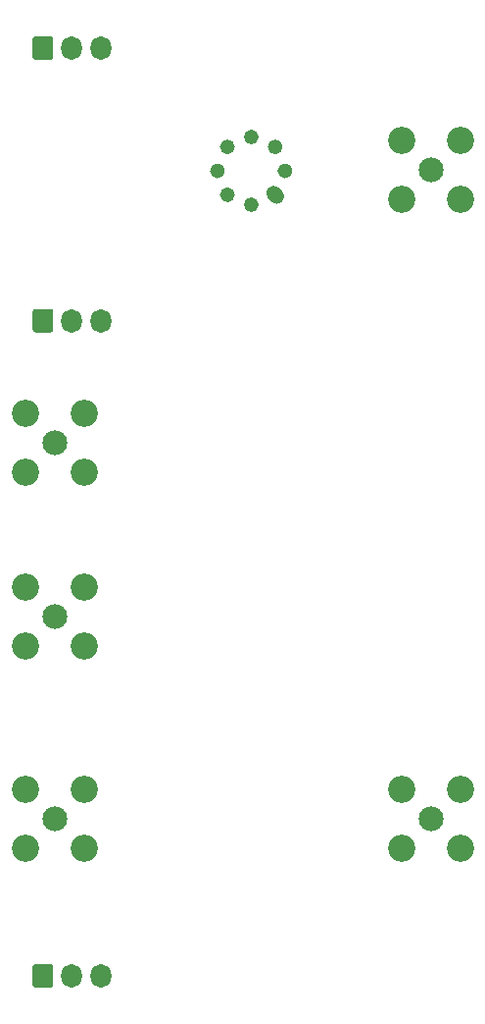
<source format=gbs>
%TF.GenerationSoftware,KiCad,Pcbnew,(5.1.6-0-10_14)*%
%TF.CreationDate,2020-08-22T01:25:31+09:00*%
%TF.ProjectId,break,62726561-6b2e-46b6-9963-61645f706362,rev?*%
%TF.SameCoordinates,Original*%
%TF.FileFunction,Soldermask,Bot*%
%TF.FilePolarity,Negative*%
%FSLAX46Y46*%
G04 Gerber Fmt 4.6, Leading zero omitted, Abs format (unit mm)*
G04 Created by KiCad (PCBNEW (5.1.6-0-10_14)) date 2020-08-22 01:25:31*
%MOMM*%
%LPD*%
G01*
G04 APERTURE LIST*
%ADD10C,2.350000*%
%ADD11C,2.150000*%
%ADD12O,1.800000X2.050000*%
G04 APERTURE END LIST*
D10*
%TO.C,J1*%
X-22540000Y-145040000D03*
X-22540000Y-139960000D03*
X-17460000Y-139960000D03*
X-17460000Y-145040000D03*
D11*
X-20000000Y-142500000D03*
%TD*%
%TO.C,J2*%
X12500000Y-142500000D03*
D10*
X15040000Y-145040000D03*
X15040000Y-139960000D03*
X9960000Y-139960000D03*
X9960000Y-145040000D03*
%TD*%
D11*
%TO.C,J3*%
X-20000000Y-125000000D03*
D10*
X-17460000Y-127540000D03*
X-17460000Y-122460000D03*
X-22540000Y-122460000D03*
X-22540000Y-127540000D03*
%TD*%
%TO.C,J4*%
X9960000Y-89040000D03*
X9960000Y-83960000D03*
X15040000Y-83960000D03*
X15040000Y-89040000D03*
D11*
X12500000Y-86500000D03*
%TD*%
%TO.C,J5*%
X-20000000Y-110000000D03*
D10*
X-17460000Y-112540000D03*
X-17460000Y-107460000D03*
X-22540000Y-107460000D03*
X-22540000Y-112540000D03*
%TD*%
%TO.C,U3*%
G36*
G01*
X-334207Y-89245793D02*
X-334208Y-89245792D01*
G75*
G02*
X-1253446Y-89245792I-459619J459619D01*
G01*
X-1536288Y-88962950D01*
G75*
G02*
X-1536288Y-88043712I459619J459619D01*
G01*
X-1536288Y-88043712D01*
G75*
G02*
X-617050Y-88043712I459619J-459619D01*
G01*
X-334208Y-88326554D01*
G75*
G02*
X-334208Y-89245792I-459619J-459619D01*
G01*
G37*
G36*
G01*
X379619Y-87039619D02*
X379619Y-87039619D01*
G75*
G02*
X-539619Y-87039619I-459619J459619D01*
G01*
X-539619Y-87039619D01*
G75*
G02*
X-539619Y-86120381I459619J459619D01*
G01*
X-539619Y-86120381D01*
G75*
G02*
X379619Y-86120381I459619J-459619D01*
G01*
X379619Y-86120381D01*
G75*
G02*
X379619Y-87039619I-459619J-459619D01*
G01*
G37*
G36*
G01*
X-475629Y-84974867D02*
X-475629Y-84974867D01*
G75*
G02*
X-1394867Y-84974867I-459619J459619D01*
G01*
X-1394867Y-84974867D01*
G75*
G02*
X-1394867Y-84055629I459619J459619D01*
G01*
X-1394867Y-84055629D01*
G75*
G02*
X-475629Y-84055629I459619J-459619D01*
G01*
X-475629Y-84055629D01*
G75*
G02*
X-475629Y-84974867I-459619J-459619D01*
G01*
G37*
G36*
G01*
X-2540381Y-84119619D02*
X-2540381Y-84119619D01*
G75*
G02*
X-3459619Y-84119619I-459619J459619D01*
G01*
X-3459619Y-84119619D01*
G75*
G02*
X-3459619Y-83200381I459619J459619D01*
G01*
X-3459619Y-83200381D01*
G75*
G02*
X-2540381Y-83200381I459619J-459619D01*
G01*
X-2540381Y-83200381D01*
G75*
G02*
X-2540381Y-84119619I-459619J-459619D01*
G01*
G37*
G36*
G01*
X-4605133Y-84974867D02*
X-4605133Y-84974867D01*
G75*
G02*
X-5524371Y-84974867I-459619J459619D01*
G01*
X-5524371Y-84974867D01*
G75*
G02*
X-5524371Y-84055629I459619J459619D01*
G01*
X-5524371Y-84055629D01*
G75*
G02*
X-4605133Y-84055629I459619J-459619D01*
G01*
X-4605133Y-84055629D01*
G75*
G02*
X-4605133Y-84974867I-459619J-459619D01*
G01*
G37*
G36*
G01*
X-5460381Y-87039619D02*
X-5460381Y-87039619D01*
G75*
G02*
X-6379619Y-87039619I-459619J459619D01*
G01*
X-6379619Y-87039619D01*
G75*
G02*
X-6379619Y-86120381I459619J459619D01*
G01*
X-6379619Y-86120381D01*
G75*
G02*
X-5460381Y-86120381I459619J-459619D01*
G01*
X-5460381Y-86120381D01*
G75*
G02*
X-5460381Y-87039619I-459619J-459619D01*
G01*
G37*
G36*
G01*
X-4605133Y-89104371D02*
X-4605133Y-89104371D01*
G75*
G02*
X-5524371Y-89104371I-459619J459619D01*
G01*
X-5524371Y-89104371D01*
G75*
G02*
X-5524371Y-88185133I459619J459619D01*
G01*
X-5524371Y-88185133D01*
G75*
G02*
X-4605133Y-88185133I459619J-459619D01*
G01*
X-4605133Y-88185133D01*
G75*
G02*
X-4605133Y-89104371I-459619J-459619D01*
G01*
G37*
G36*
G01*
X-2540381Y-89959619D02*
X-2540381Y-89959619D01*
G75*
G02*
X-3459619Y-89959619I-459619J459619D01*
G01*
X-3459619Y-89959619D01*
G75*
G02*
X-3459619Y-89040381I459619J459619D01*
G01*
X-3459619Y-89040381D01*
G75*
G02*
X-2540381Y-89040381I459619J-459619D01*
G01*
X-2540381Y-89040381D01*
G75*
G02*
X-2540381Y-89959619I-459619J-459619D01*
G01*
G37*
%TD*%
D12*
%TO.C,J6*%
X-16000000Y-156000000D03*
X-18500000Y-156000000D03*
G36*
G01*
X-21900000Y-156760294D02*
X-21900000Y-155239706D01*
G75*
G02*
X-21635294Y-154975000I264706J0D01*
G01*
X-20364706Y-154975000D01*
G75*
G02*
X-20100000Y-155239706I0J-264706D01*
G01*
X-20100000Y-156760294D01*
G75*
G02*
X-20364706Y-157025000I-264706J0D01*
G01*
X-21635294Y-157025000D01*
G75*
G02*
X-21900000Y-156760294I0J264706D01*
G01*
G37*
%TD*%
%TO.C,J8*%
G36*
G01*
X-21900000Y-100260294D02*
X-21900000Y-98739706D01*
G75*
G02*
X-21635294Y-98475000I264706J0D01*
G01*
X-20364706Y-98475000D01*
G75*
G02*
X-20100000Y-98739706I0J-264706D01*
G01*
X-20100000Y-100260294D01*
G75*
G02*
X-20364706Y-100525000I-264706J0D01*
G01*
X-21635294Y-100525000D01*
G75*
G02*
X-21900000Y-100260294I0J264706D01*
G01*
G37*
X-18500000Y-99500000D03*
X-16000000Y-99500000D03*
%TD*%
%TO.C,J7*%
G36*
G01*
X-21900000Y-76760294D02*
X-21900000Y-75239706D01*
G75*
G02*
X-21635294Y-74975000I264706J0D01*
G01*
X-20364706Y-74975000D01*
G75*
G02*
X-20100000Y-75239706I0J-264706D01*
G01*
X-20100000Y-76760294D01*
G75*
G02*
X-20364706Y-77025000I-264706J0D01*
G01*
X-21635294Y-77025000D01*
G75*
G02*
X-21900000Y-76760294I0J264706D01*
G01*
G37*
X-18500000Y-76000000D03*
X-16000000Y-76000000D03*
%TD*%
M02*

</source>
